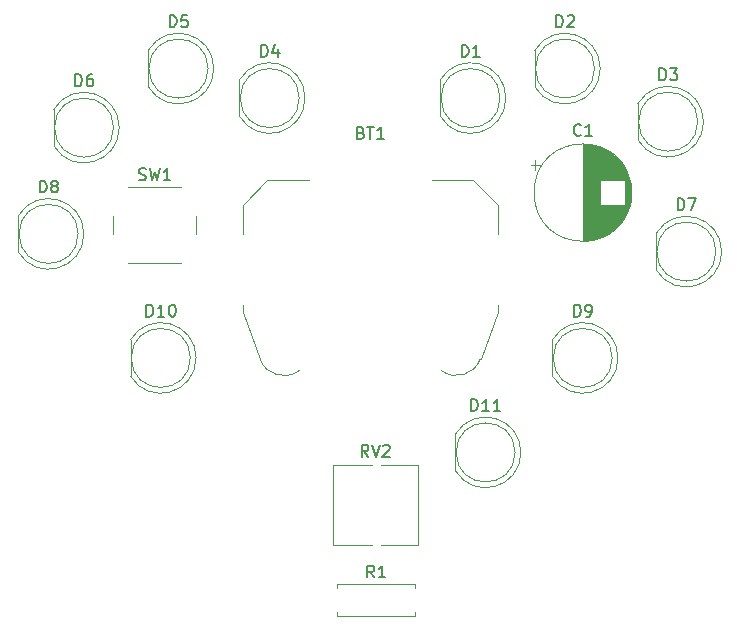
<source format=gbr>
%TF.GenerationSoftware,KiCad,Pcbnew,9.0.6*%
%TF.CreationDate,2025-11-30T08:55:57-05:00*%
%TF.ProjectId,project-solder,70726f6a-6563-4742-9d73-6f6c6465722e,rev?*%
%TF.SameCoordinates,Original*%
%TF.FileFunction,Legend,Top*%
%TF.FilePolarity,Positive*%
%FSLAX46Y46*%
G04 Gerber Fmt 4.6, Leading zero omitted, Abs format (unit mm)*
G04 Created by KiCad (PCBNEW 9.0.6) date 2025-11-30 08:55:57*
%MOMM*%
%LPD*%
G01*
G04 APERTURE LIST*
%ADD10C,0.150000*%
%ADD11C,0.120000*%
G04 APERTURE END LIST*
D10*
X124055714Y-106994819D02*
X124055714Y-105994819D01*
X124055714Y-105994819D02*
X124293809Y-105994819D01*
X124293809Y-105994819D02*
X124436666Y-106042438D01*
X124436666Y-106042438D02*
X124531904Y-106137676D01*
X124531904Y-106137676D02*
X124579523Y-106232914D01*
X124579523Y-106232914D02*
X124627142Y-106423390D01*
X124627142Y-106423390D02*
X124627142Y-106566247D01*
X124627142Y-106566247D02*
X124579523Y-106756723D01*
X124579523Y-106756723D02*
X124531904Y-106851961D01*
X124531904Y-106851961D02*
X124436666Y-106947200D01*
X124436666Y-106947200D02*
X124293809Y-106994819D01*
X124293809Y-106994819D02*
X124055714Y-106994819D01*
X125579523Y-106994819D02*
X125008095Y-106994819D01*
X125293809Y-106994819D02*
X125293809Y-105994819D01*
X125293809Y-105994819D02*
X125198571Y-106137676D01*
X125198571Y-106137676D02*
X125103333Y-106232914D01*
X125103333Y-106232914D02*
X125008095Y-106280533D01*
X126531904Y-106994819D02*
X125960476Y-106994819D01*
X126246190Y-106994819D02*
X126246190Y-105994819D01*
X126246190Y-105994819D02*
X126150952Y-106137676D01*
X126150952Y-106137676D02*
X126055714Y-106232914D01*
X126055714Y-106232914D02*
X125960476Y-106280533D01*
X115344761Y-110864819D02*
X115011428Y-110388628D01*
X114773333Y-110864819D02*
X114773333Y-109864819D01*
X114773333Y-109864819D02*
X115154285Y-109864819D01*
X115154285Y-109864819D02*
X115249523Y-109912438D01*
X115249523Y-109912438D02*
X115297142Y-109960057D01*
X115297142Y-109960057D02*
X115344761Y-110055295D01*
X115344761Y-110055295D02*
X115344761Y-110198152D01*
X115344761Y-110198152D02*
X115297142Y-110293390D01*
X115297142Y-110293390D02*
X115249523Y-110341009D01*
X115249523Y-110341009D02*
X115154285Y-110388628D01*
X115154285Y-110388628D02*
X114773333Y-110388628D01*
X115630476Y-109864819D02*
X115963809Y-110864819D01*
X115963809Y-110864819D02*
X116297142Y-109864819D01*
X116582857Y-109960057D02*
X116630476Y-109912438D01*
X116630476Y-109912438D02*
X116725714Y-109864819D01*
X116725714Y-109864819D02*
X116963809Y-109864819D01*
X116963809Y-109864819D02*
X117059047Y-109912438D01*
X117059047Y-109912438D02*
X117106666Y-109960057D01*
X117106666Y-109960057D02*
X117154285Y-110055295D01*
X117154285Y-110055295D02*
X117154285Y-110150533D01*
X117154285Y-110150533D02*
X117106666Y-110293390D01*
X117106666Y-110293390D02*
X116535238Y-110864819D01*
X116535238Y-110864819D02*
X117154285Y-110864819D01*
X90531905Y-79494819D02*
X90531905Y-78494819D01*
X90531905Y-78494819D02*
X90770000Y-78494819D01*
X90770000Y-78494819D02*
X90912857Y-78542438D01*
X90912857Y-78542438D02*
X91008095Y-78637676D01*
X91008095Y-78637676D02*
X91055714Y-78732914D01*
X91055714Y-78732914D02*
X91103333Y-78923390D01*
X91103333Y-78923390D02*
X91103333Y-79066247D01*
X91103333Y-79066247D02*
X91055714Y-79256723D01*
X91055714Y-79256723D02*
X91008095Y-79351961D01*
X91008095Y-79351961D02*
X90912857Y-79447200D01*
X90912857Y-79447200D02*
X90770000Y-79494819D01*
X90770000Y-79494819D02*
X90531905Y-79494819D01*
X91960476Y-78494819D02*
X91770000Y-78494819D01*
X91770000Y-78494819D02*
X91674762Y-78542438D01*
X91674762Y-78542438D02*
X91627143Y-78590057D01*
X91627143Y-78590057D02*
X91531905Y-78732914D01*
X91531905Y-78732914D02*
X91484286Y-78923390D01*
X91484286Y-78923390D02*
X91484286Y-79304342D01*
X91484286Y-79304342D02*
X91531905Y-79399580D01*
X91531905Y-79399580D02*
X91579524Y-79447200D01*
X91579524Y-79447200D02*
X91674762Y-79494819D01*
X91674762Y-79494819D02*
X91865238Y-79494819D01*
X91865238Y-79494819D02*
X91960476Y-79447200D01*
X91960476Y-79447200D02*
X92008095Y-79399580D01*
X92008095Y-79399580D02*
X92055714Y-79304342D01*
X92055714Y-79304342D02*
X92055714Y-79066247D01*
X92055714Y-79066247D02*
X92008095Y-78971009D01*
X92008095Y-78971009D02*
X91960476Y-78923390D01*
X91960476Y-78923390D02*
X91865238Y-78875771D01*
X91865238Y-78875771D02*
X91674762Y-78875771D01*
X91674762Y-78875771D02*
X91579524Y-78923390D01*
X91579524Y-78923390D02*
X91531905Y-78971009D01*
X91531905Y-78971009D02*
X91484286Y-79066247D01*
X115833333Y-121084819D02*
X115500000Y-120608628D01*
X115261905Y-121084819D02*
X115261905Y-120084819D01*
X115261905Y-120084819D02*
X115642857Y-120084819D01*
X115642857Y-120084819D02*
X115738095Y-120132438D01*
X115738095Y-120132438D02*
X115785714Y-120180057D01*
X115785714Y-120180057D02*
X115833333Y-120275295D01*
X115833333Y-120275295D02*
X115833333Y-120418152D01*
X115833333Y-120418152D02*
X115785714Y-120513390D01*
X115785714Y-120513390D02*
X115738095Y-120561009D01*
X115738095Y-120561009D02*
X115642857Y-120608628D01*
X115642857Y-120608628D02*
X115261905Y-120608628D01*
X116785714Y-121084819D02*
X116214286Y-121084819D01*
X116500000Y-121084819D02*
X116500000Y-120084819D01*
X116500000Y-120084819D02*
X116404762Y-120227676D01*
X116404762Y-120227676D02*
X116309524Y-120322914D01*
X116309524Y-120322914D02*
X116214286Y-120370533D01*
X96555714Y-98994819D02*
X96555714Y-97994819D01*
X96555714Y-97994819D02*
X96793809Y-97994819D01*
X96793809Y-97994819D02*
X96936666Y-98042438D01*
X96936666Y-98042438D02*
X97031904Y-98137676D01*
X97031904Y-98137676D02*
X97079523Y-98232914D01*
X97079523Y-98232914D02*
X97127142Y-98423390D01*
X97127142Y-98423390D02*
X97127142Y-98566247D01*
X97127142Y-98566247D02*
X97079523Y-98756723D01*
X97079523Y-98756723D02*
X97031904Y-98851961D01*
X97031904Y-98851961D02*
X96936666Y-98947200D01*
X96936666Y-98947200D02*
X96793809Y-98994819D01*
X96793809Y-98994819D02*
X96555714Y-98994819D01*
X98079523Y-98994819D02*
X97508095Y-98994819D01*
X97793809Y-98994819D02*
X97793809Y-97994819D01*
X97793809Y-97994819D02*
X97698571Y-98137676D01*
X97698571Y-98137676D02*
X97603333Y-98232914D01*
X97603333Y-98232914D02*
X97508095Y-98280533D01*
X98698571Y-97994819D02*
X98793809Y-97994819D01*
X98793809Y-97994819D02*
X98889047Y-98042438D01*
X98889047Y-98042438D02*
X98936666Y-98090057D01*
X98936666Y-98090057D02*
X98984285Y-98185295D01*
X98984285Y-98185295D02*
X99031904Y-98375771D01*
X99031904Y-98375771D02*
X99031904Y-98613866D01*
X99031904Y-98613866D02*
X98984285Y-98804342D01*
X98984285Y-98804342D02*
X98936666Y-98899580D01*
X98936666Y-98899580D02*
X98889047Y-98947200D01*
X98889047Y-98947200D02*
X98793809Y-98994819D01*
X98793809Y-98994819D02*
X98698571Y-98994819D01*
X98698571Y-98994819D02*
X98603333Y-98947200D01*
X98603333Y-98947200D02*
X98555714Y-98899580D01*
X98555714Y-98899580D02*
X98508095Y-98804342D01*
X98508095Y-98804342D02*
X98460476Y-98613866D01*
X98460476Y-98613866D02*
X98460476Y-98375771D01*
X98460476Y-98375771D02*
X98508095Y-98185295D01*
X98508095Y-98185295D02*
X98555714Y-98090057D01*
X98555714Y-98090057D02*
X98603333Y-98042438D01*
X98603333Y-98042438D02*
X98698571Y-97994819D01*
X87531905Y-88494819D02*
X87531905Y-87494819D01*
X87531905Y-87494819D02*
X87770000Y-87494819D01*
X87770000Y-87494819D02*
X87912857Y-87542438D01*
X87912857Y-87542438D02*
X88008095Y-87637676D01*
X88008095Y-87637676D02*
X88055714Y-87732914D01*
X88055714Y-87732914D02*
X88103333Y-87923390D01*
X88103333Y-87923390D02*
X88103333Y-88066247D01*
X88103333Y-88066247D02*
X88055714Y-88256723D01*
X88055714Y-88256723D02*
X88008095Y-88351961D01*
X88008095Y-88351961D02*
X87912857Y-88447200D01*
X87912857Y-88447200D02*
X87770000Y-88494819D01*
X87770000Y-88494819D02*
X87531905Y-88494819D01*
X88674762Y-87923390D02*
X88579524Y-87875771D01*
X88579524Y-87875771D02*
X88531905Y-87828152D01*
X88531905Y-87828152D02*
X88484286Y-87732914D01*
X88484286Y-87732914D02*
X88484286Y-87685295D01*
X88484286Y-87685295D02*
X88531905Y-87590057D01*
X88531905Y-87590057D02*
X88579524Y-87542438D01*
X88579524Y-87542438D02*
X88674762Y-87494819D01*
X88674762Y-87494819D02*
X88865238Y-87494819D01*
X88865238Y-87494819D02*
X88960476Y-87542438D01*
X88960476Y-87542438D02*
X89008095Y-87590057D01*
X89008095Y-87590057D02*
X89055714Y-87685295D01*
X89055714Y-87685295D02*
X89055714Y-87732914D01*
X89055714Y-87732914D02*
X89008095Y-87828152D01*
X89008095Y-87828152D02*
X88960476Y-87875771D01*
X88960476Y-87875771D02*
X88865238Y-87923390D01*
X88865238Y-87923390D02*
X88674762Y-87923390D01*
X88674762Y-87923390D02*
X88579524Y-87971009D01*
X88579524Y-87971009D02*
X88531905Y-88018628D01*
X88531905Y-88018628D02*
X88484286Y-88113866D01*
X88484286Y-88113866D02*
X88484286Y-88304342D01*
X88484286Y-88304342D02*
X88531905Y-88399580D01*
X88531905Y-88399580D02*
X88579524Y-88447200D01*
X88579524Y-88447200D02*
X88674762Y-88494819D01*
X88674762Y-88494819D02*
X88865238Y-88494819D01*
X88865238Y-88494819D02*
X88960476Y-88447200D01*
X88960476Y-88447200D02*
X89008095Y-88399580D01*
X89008095Y-88399580D02*
X89055714Y-88304342D01*
X89055714Y-88304342D02*
X89055714Y-88113866D01*
X89055714Y-88113866D02*
X89008095Y-88018628D01*
X89008095Y-88018628D02*
X88960476Y-87971009D01*
X88960476Y-87971009D02*
X88865238Y-87923390D01*
X98531905Y-74494819D02*
X98531905Y-73494819D01*
X98531905Y-73494819D02*
X98770000Y-73494819D01*
X98770000Y-73494819D02*
X98912857Y-73542438D01*
X98912857Y-73542438D02*
X99008095Y-73637676D01*
X99008095Y-73637676D02*
X99055714Y-73732914D01*
X99055714Y-73732914D02*
X99103333Y-73923390D01*
X99103333Y-73923390D02*
X99103333Y-74066247D01*
X99103333Y-74066247D02*
X99055714Y-74256723D01*
X99055714Y-74256723D02*
X99008095Y-74351961D01*
X99008095Y-74351961D02*
X98912857Y-74447200D01*
X98912857Y-74447200D02*
X98770000Y-74494819D01*
X98770000Y-74494819D02*
X98531905Y-74494819D01*
X100008095Y-73494819D02*
X99531905Y-73494819D01*
X99531905Y-73494819D02*
X99484286Y-73971009D01*
X99484286Y-73971009D02*
X99531905Y-73923390D01*
X99531905Y-73923390D02*
X99627143Y-73875771D01*
X99627143Y-73875771D02*
X99865238Y-73875771D01*
X99865238Y-73875771D02*
X99960476Y-73923390D01*
X99960476Y-73923390D02*
X100008095Y-73971009D01*
X100008095Y-73971009D02*
X100055714Y-74066247D01*
X100055714Y-74066247D02*
X100055714Y-74304342D01*
X100055714Y-74304342D02*
X100008095Y-74399580D01*
X100008095Y-74399580D02*
X99960476Y-74447200D01*
X99960476Y-74447200D02*
X99865238Y-74494819D01*
X99865238Y-74494819D02*
X99627143Y-74494819D01*
X99627143Y-74494819D02*
X99531905Y-74447200D01*
X99531905Y-74447200D02*
X99484286Y-74399580D01*
X139991905Y-78994819D02*
X139991905Y-77994819D01*
X139991905Y-77994819D02*
X140230000Y-77994819D01*
X140230000Y-77994819D02*
X140372857Y-78042438D01*
X140372857Y-78042438D02*
X140468095Y-78137676D01*
X140468095Y-78137676D02*
X140515714Y-78232914D01*
X140515714Y-78232914D02*
X140563333Y-78423390D01*
X140563333Y-78423390D02*
X140563333Y-78566247D01*
X140563333Y-78566247D02*
X140515714Y-78756723D01*
X140515714Y-78756723D02*
X140468095Y-78851961D01*
X140468095Y-78851961D02*
X140372857Y-78947200D01*
X140372857Y-78947200D02*
X140230000Y-78994819D01*
X140230000Y-78994819D02*
X139991905Y-78994819D01*
X140896667Y-77994819D02*
X141515714Y-77994819D01*
X141515714Y-77994819D02*
X141182381Y-78375771D01*
X141182381Y-78375771D02*
X141325238Y-78375771D01*
X141325238Y-78375771D02*
X141420476Y-78423390D01*
X141420476Y-78423390D02*
X141468095Y-78471009D01*
X141468095Y-78471009D02*
X141515714Y-78566247D01*
X141515714Y-78566247D02*
X141515714Y-78804342D01*
X141515714Y-78804342D02*
X141468095Y-78899580D01*
X141468095Y-78899580D02*
X141420476Y-78947200D01*
X141420476Y-78947200D02*
X141325238Y-78994819D01*
X141325238Y-78994819D02*
X141039524Y-78994819D01*
X141039524Y-78994819D02*
X140944286Y-78947200D01*
X140944286Y-78947200D02*
X140896667Y-78899580D01*
X133333333Y-83609580D02*
X133285714Y-83657200D01*
X133285714Y-83657200D02*
X133142857Y-83704819D01*
X133142857Y-83704819D02*
X133047619Y-83704819D01*
X133047619Y-83704819D02*
X132904762Y-83657200D01*
X132904762Y-83657200D02*
X132809524Y-83561961D01*
X132809524Y-83561961D02*
X132761905Y-83466723D01*
X132761905Y-83466723D02*
X132714286Y-83276247D01*
X132714286Y-83276247D02*
X132714286Y-83133390D01*
X132714286Y-83133390D02*
X132761905Y-82942914D01*
X132761905Y-82942914D02*
X132809524Y-82847676D01*
X132809524Y-82847676D02*
X132904762Y-82752438D01*
X132904762Y-82752438D02*
X133047619Y-82704819D01*
X133047619Y-82704819D02*
X133142857Y-82704819D01*
X133142857Y-82704819D02*
X133285714Y-82752438D01*
X133285714Y-82752438D02*
X133333333Y-82800057D01*
X134285714Y-83704819D02*
X133714286Y-83704819D01*
X134000000Y-83704819D02*
X134000000Y-82704819D01*
X134000000Y-82704819D02*
X133904762Y-82847676D01*
X133904762Y-82847676D02*
X133809524Y-82942914D01*
X133809524Y-82942914D02*
X133714286Y-82990533D01*
X106256905Y-76994819D02*
X106256905Y-75994819D01*
X106256905Y-75994819D02*
X106495000Y-75994819D01*
X106495000Y-75994819D02*
X106637857Y-76042438D01*
X106637857Y-76042438D02*
X106733095Y-76137676D01*
X106733095Y-76137676D02*
X106780714Y-76232914D01*
X106780714Y-76232914D02*
X106828333Y-76423390D01*
X106828333Y-76423390D02*
X106828333Y-76566247D01*
X106828333Y-76566247D02*
X106780714Y-76756723D01*
X106780714Y-76756723D02*
X106733095Y-76851961D01*
X106733095Y-76851961D02*
X106637857Y-76947200D01*
X106637857Y-76947200D02*
X106495000Y-76994819D01*
X106495000Y-76994819D02*
X106256905Y-76994819D01*
X107685476Y-76328152D02*
X107685476Y-76994819D01*
X107447381Y-75947200D02*
X107209286Y-76661485D01*
X107209286Y-76661485D02*
X107828333Y-76661485D01*
X132756905Y-98994819D02*
X132756905Y-97994819D01*
X132756905Y-97994819D02*
X132995000Y-97994819D01*
X132995000Y-97994819D02*
X133137857Y-98042438D01*
X133137857Y-98042438D02*
X133233095Y-98137676D01*
X133233095Y-98137676D02*
X133280714Y-98232914D01*
X133280714Y-98232914D02*
X133328333Y-98423390D01*
X133328333Y-98423390D02*
X133328333Y-98566247D01*
X133328333Y-98566247D02*
X133280714Y-98756723D01*
X133280714Y-98756723D02*
X133233095Y-98851961D01*
X133233095Y-98851961D02*
X133137857Y-98947200D01*
X133137857Y-98947200D02*
X132995000Y-98994819D01*
X132995000Y-98994819D02*
X132756905Y-98994819D01*
X133804524Y-98994819D02*
X133995000Y-98994819D01*
X133995000Y-98994819D02*
X134090238Y-98947200D01*
X134090238Y-98947200D02*
X134137857Y-98899580D01*
X134137857Y-98899580D02*
X134233095Y-98756723D01*
X134233095Y-98756723D02*
X134280714Y-98566247D01*
X134280714Y-98566247D02*
X134280714Y-98185295D01*
X134280714Y-98185295D02*
X134233095Y-98090057D01*
X134233095Y-98090057D02*
X134185476Y-98042438D01*
X134185476Y-98042438D02*
X134090238Y-97994819D01*
X134090238Y-97994819D02*
X133899762Y-97994819D01*
X133899762Y-97994819D02*
X133804524Y-98042438D01*
X133804524Y-98042438D02*
X133756905Y-98090057D01*
X133756905Y-98090057D02*
X133709286Y-98185295D01*
X133709286Y-98185295D02*
X133709286Y-98423390D01*
X133709286Y-98423390D02*
X133756905Y-98518628D01*
X133756905Y-98518628D02*
X133804524Y-98566247D01*
X133804524Y-98566247D02*
X133899762Y-98613866D01*
X133899762Y-98613866D02*
X134090238Y-98613866D01*
X134090238Y-98613866D02*
X134185476Y-98566247D01*
X134185476Y-98566247D02*
X134233095Y-98518628D01*
X134233095Y-98518628D02*
X134280714Y-98423390D01*
X131256905Y-74494819D02*
X131256905Y-73494819D01*
X131256905Y-73494819D02*
X131495000Y-73494819D01*
X131495000Y-73494819D02*
X131637857Y-73542438D01*
X131637857Y-73542438D02*
X131733095Y-73637676D01*
X131733095Y-73637676D02*
X131780714Y-73732914D01*
X131780714Y-73732914D02*
X131828333Y-73923390D01*
X131828333Y-73923390D02*
X131828333Y-74066247D01*
X131828333Y-74066247D02*
X131780714Y-74256723D01*
X131780714Y-74256723D02*
X131733095Y-74351961D01*
X131733095Y-74351961D02*
X131637857Y-74447200D01*
X131637857Y-74447200D02*
X131495000Y-74494819D01*
X131495000Y-74494819D02*
X131256905Y-74494819D01*
X132209286Y-73590057D02*
X132256905Y-73542438D01*
X132256905Y-73542438D02*
X132352143Y-73494819D01*
X132352143Y-73494819D02*
X132590238Y-73494819D01*
X132590238Y-73494819D02*
X132685476Y-73542438D01*
X132685476Y-73542438D02*
X132733095Y-73590057D01*
X132733095Y-73590057D02*
X132780714Y-73685295D01*
X132780714Y-73685295D02*
X132780714Y-73780533D01*
X132780714Y-73780533D02*
X132733095Y-73923390D01*
X132733095Y-73923390D02*
X132161667Y-74494819D01*
X132161667Y-74494819D02*
X132780714Y-74494819D01*
X114714285Y-83431009D02*
X114857142Y-83478628D01*
X114857142Y-83478628D02*
X114904761Y-83526247D01*
X114904761Y-83526247D02*
X114952380Y-83621485D01*
X114952380Y-83621485D02*
X114952380Y-83764342D01*
X114952380Y-83764342D02*
X114904761Y-83859580D01*
X114904761Y-83859580D02*
X114857142Y-83907200D01*
X114857142Y-83907200D02*
X114761904Y-83954819D01*
X114761904Y-83954819D02*
X114380952Y-83954819D01*
X114380952Y-83954819D02*
X114380952Y-82954819D01*
X114380952Y-82954819D02*
X114714285Y-82954819D01*
X114714285Y-82954819D02*
X114809523Y-83002438D01*
X114809523Y-83002438D02*
X114857142Y-83050057D01*
X114857142Y-83050057D02*
X114904761Y-83145295D01*
X114904761Y-83145295D02*
X114904761Y-83240533D01*
X114904761Y-83240533D02*
X114857142Y-83335771D01*
X114857142Y-83335771D02*
X114809523Y-83383390D01*
X114809523Y-83383390D02*
X114714285Y-83431009D01*
X114714285Y-83431009D02*
X114380952Y-83431009D01*
X115238095Y-82954819D02*
X115809523Y-82954819D01*
X115523809Y-83954819D02*
X115523809Y-82954819D01*
X116666666Y-83954819D02*
X116095238Y-83954819D01*
X116380952Y-83954819D02*
X116380952Y-82954819D01*
X116380952Y-82954819D02*
X116285714Y-83097676D01*
X116285714Y-83097676D02*
X116190476Y-83192914D01*
X116190476Y-83192914D02*
X116095238Y-83240533D01*
X95916667Y-87407200D02*
X96059524Y-87454819D01*
X96059524Y-87454819D02*
X96297619Y-87454819D01*
X96297619Y-87454819D02*
X96392857Y-87407200D01*
X96392857Y-87407200D02*
X96440476Y-87359580D01*
X96440476Y-87359580D02*
X96488095Y-87264342D01*
X96488095Y-87264342D02*
X96488095Y-87169104D01*
X96488095Y-87169104D02*
X96440476Y-87073866D01*
X96440476Y-87073866D02*
X96392857Y-87026247D01*
X96392857Y-87026247D02*
X96297619Y-86978628D01*
X96297619Y-86978628D02*
X96107143Y-86931009D01*
X96107143Y-86931009D02*
X96011905Y-86883390D01*
X96011905Y-86883390D02*
X95964286Y-86835771D01*
X95964286Y-86835771D02*
X95916667Y-86740533D01*
X95916667Y-86740533D02*
X95916667Y-86645295D01*
X95916667Y-86645295D02*
X95964286Y-86550057D01*
X95964286Y-86550057D02*
X96011905Y-86502438D01*
X96011905Y-86502438D02*
X96107143Y-86454819D01*
X96107143Y-86454819D02*
X96345238Y-86454819D01*
X96345238Y-86454819D02*
X96488095Y-86502438D01*
X96821429Y-86454819D02*
X97059524Y-87454819D01*
X97059524Y-87454819D02*
X97250000Y-86740533D01*
X97250000Y-86740533D02*
X97440476Y-87454819D01*
X97440476Y-87454819D02*
X97678572Y-86454819D01*
X98583333Y-87454819D02*
X98011905Y-87454819D01*
X98297619Y-87454819D02*
X98297619Y-86454819D01*
X98297619Y-86454819D02*
X98202381Y-86597676D01*
X98202381Y-86597676D02*
X98107143Y-86692914D01*
X98107143Y-86692914D02*
X98011905Y-86740533D01*
X141531905Y-89994819D02*
X141531905Y-88994819D01*
X141531905Y-88994819D02*
X141770000Y-88994819D01*
X141770000Y-88994819D02*
X141912857Y-89042438D01*
X141912857Y-89042438D02*
X142008095Y-89137676D01*
X142008095Y-89137676D02*
X142055714Y-89232914D01*
X142055714Y-89232914D02*
X142103333Y-89423390D01*
X142103333Y-89423390D02*
X142103333Y-89566247D01*
X142103333Y-89566247D02*
X142055714Y-89756723D01*
X142055714Y-89756723D02*
X142008095Y-89851961D01*
X142008095Y-89851961D02*
X141912857Y-89947200D01*
X141912857Y-89947200D02*
X141770000Y-89994819D01*
X141770000Y-89994819D02*
X141531905Y-89994819D01*
X142436667Y-88994819D02*
X143103333Y-88994819D01*
X143103333Y-88994819D02*
X142674762Y-89994819D01*
X123256905Y-76994819D02*
X123256905Y-75994819D01*
X123256905Y-75994819D02*
X123495000Y-75994819D01*
X123495000Y-75994819D02*
X123637857Y-76042438D01*
X123637857Y-76042438D02*
X123733095Y-76137676D01*
X123733095Y-76137676D02*
X123780714Y-76232914D01*
X123780714Y-76232914D02*
X123828333Y-76423390D01*
X123828333Y-76423390D02*
X123828333Y-76566247D01*
X123828333Y-76566247D02*
X123780714Y-76756723D01*
X123780714Y-76756723D02*
X123733095Y-76851961D01*
X123733095Y-76851961D02*
X123637857Y-76947200D01*
X123637857Y-76947200D02*
X123495000Y-76994819D01*
X123495000Y-76994819D02*
X123256905Y-76994819D01*
X124780714Y-76994819D02*
X124209286Y-76994819D01*
X124495000Y-76994819D02*
X124495000Y-75994819D01*
X124495000Y-75994819D02*
X124399762Y-76137676D01*
X124399762Y-76137676D02*
X124304524Y-76232914D01*
X124304524Y-76232914D02*
X124209286Y-76280533D01*
D11*
%TO.C,D11*%
X122710000Y-108955000D02*
X122710000Y-112045000D01*
X122710000Y-108955170D02*
G75*
G02*
X128260000Y-110500000I2560000J-1544830D01*
G01*
X128260000Y-110500000D02*
G75*
G02*
X122710000Y-112044830I-2990000J0D01*
G01*
X127770000Y-110500000D02*
G75*
G02*
X122770000Y-110500000I-2500000J0D01*
G01*
X122770000Y-110500000D02*
G75*
G02*
X127770000Y-110500000I2500000J0D01*
G01*
%TO.C,RV2*%
X112330000Y-111550000D02*
X115618000Y-111550000D01*
X112330000Y-118370000D02*
X112330000Y-111550000D01*
X115618000Y-118370000D02*
X112330000Y-118370000D01*
X116382000Y-111550000D02*
X119550000Y-111550000D01*
X119550000Y-111550000D02*
X119550000Y-118370000D01*
X119550000Y-118370000D02*
X116382000Y-118370000D01*
%TO.C,D6*%
X88710000Y-81455000D02*
X88710000Y-84545000D01*
X88710000Y-81455170D02*
G75*
G02*
X94260000Y-83000000I2560000J-1544830D01*
G01*
X94260000Y-83000000D02*
G75*
G02*
X88710000Y-84544830I-2990000J0D01*
G01*
X93770000Y-83000000D02*
G75*
G02*
X88770000Y-83000000I-2500000J0D01*
G01*
X88770000Y-83000000D02*
G75*
G02*
X93770000Y-83000000I2500000J0D01*
G01*
%TO.C,R1*%
X112730000Y-121630000D02*
X119270000Y-121630000D01*
X112730000Y-121960000D02*
X112730000Y-121630000D01*
X112730000Y-124040000D02*
X112730000Y-124370000D01*
X112730000Y-124370000D02*
X119270000Y-124370000D01*
X119270000Y-121630000D02*
X119270000Y-121960000D01*
X119270000Y-124370000D02*
X119270000Y-124040000D01*
%TO.C,D10*%
X95210000Y-100955000D02*
X95210000Y-104045000D01*
X95210000Y-100955170D02*
G75*
G02*
X100760000Y-102500000I2560000J-1544830D01*
G01*
X100760000Y-102500000D02*
G75*
G02*
X95210000Y-104044830I-2990000J0D01*
G01*
X100270000Y-102500000D02*
G75*
G02*
X95270000Y-102500000I-2500000J0D01*
G01*
X95270000Y-102500000D02*
G75*
G02*
X100270000Y-102500000I2500000J0D01*
G01*
%TO.C,D8*%
X85710000Y-90455000D02*
X85710000Y-93545000D01*
X85710000Y-90455170D02*
G75*
G02*
X91260000Y-92000000I2560000J-1544830D01*
G01*
X91260000Y-92000000D02*
G75*
G02*
X85710000Y-93544830I-2990000J0D01*
G01*
X90770000Y-92000000D02*
G75*
G02*
X85770000Y-92000000I-2500000J0D01*
G01*
X85770000Y-92000000D02*
G75*
G02*
X90770000Y-92000000I2500000J0D01*
G01*
%TO.C,D5*%
X96710000Y-76455000D02*
X96710000Y-79545000D01*
X96710000Y-76455170D02*
G75*
G02*
X102260000Y-78000000I2560000J-1544830D01*
G01*
X102260000Y-78000000D02*
G75*
G02*
X96710000Y-79544830I-2990000J0D01*
G01*
X101770000Y-78000000D02*
G75*
G02*
X96770000Y-78000000I-2500000J0D01*
G01*
X96770000Y-78000000D02*
G75*
G02*
X101770000Y-78000000I2500000J0D01*
G01*
%TO.C,D3*%
X138170000Y-80955000D02*
X138170000Y-84045000D01*
X138170000Y-80955170D02*
G75*
G02*
X143720000Y-82500000I2560000J-1544830D01*
G01*
X143720000Y-82500000D02*
G75*
G02*
X138170000Y-84044830I-2990000J0D01*
G01*
X143230000Y-82500000D02*
G75*
G02*
X138230000Y-82500000I-2500000J0D01*
G01*
X138230000Y-82500000D02*
G75*
G02*
X143230000Y-82500000I2500000J0D01*
G01*
%TO.C,C1*%
X129090302Y-86185000D02*
X129890302Y-86185000D01*
X129490302Y-85785000D02*
X129490302Y-86585000D01*
X133500000Y-84420000D02*
X133500000Y-92580000D01*
X133540000Y-84420000D02*
X133540000Y-92580000D01*
X133580000Y-84421000D02*
X133580000Y-92579000D01*
X133620000Y-84422000D02*
X133620000Y-92578000D01*
X133660000Y-84423000D02*
X133660000Y-92577000D01*
X133700000Y-84425000D02*
X133700000Y-92575000D01*
X133740000Y-84427000D02*
X133740000Y-92573000D01*
X133780000Y-84430000D02*
X133780000Y-92570000D01*
X133820000Y-84432000D02*
X133820000Y-92568000D01*
X133860000Y-84436000D02*
X133860000Y-92564000D01*
X133900000Y-84439000D02*
X133900000Y-92561000D01*
X133940000Y-84444000D02*
X133940000Y-92556000D01*
X133980000Y-84448000D02*
X133980000Y-92552000D01*
X134020000Y-84453000D02*
X134020000Y-92547000D01*
X134060000Y-84458000D02*
X134060000Y-92542000D01*
X134100000Y-84464000D02*
X134100000Y-92536000D01*
X134140000Y-84470000D02*
X134140000Y-92530000D01*
X134180000Y-84477000D02*
X134180000Y-92523000D01*
X134220000Y-84483000D02*
X134220000Y-92517000D01*
X134260000Y-84491000D02*
X134260000Y-92509000D01*
X134300000Y-84498000D02*
X134300000Y-92502000D01*
X134340000Y-84507000D02*
X134340000Y-92493000D01*
X134380000Y-84515000D02*
X134380000Y-92485000D01*
X134420000Y-84524000D02*
X134420000Y-92476000D01*
X134460000Y-84533000D02*
X134460000Y-92467000D01*
X134500000Y-84543000D02*
X134500000Y-92457000D01*
X134540000Y-84553000D02*
X134540000Y-92447000D01*
X134580000Y-84564000D02*
X134580000Y-92436000D01*
X134620000Y-84575000D02*
X134620000Y-92425000D01*
X134660000Y-84587000D02*
X134660000Y-92413000D01*
X134700000Y-84599000D02*
X134700000Y-92401000D01*
X134740000Y-84611000D02*
X134740000Y-92389000D01*
X134780000Y-84624000D02*
X134780000Y-92376000D01*
X134820000Y-84637000D02*
X134820000Y-92363000D01*
X134860000Y-84651000D02*
X134860000Y-92349000D01*
X134900000Y-84665000D02*
X134900000Y-92335000D01*
X134940000Y-84680000D02*
X134940000Y-92320000D01*
X134980000Y-84695000D02*
X134980000Y-87460000D01*
X134980000Y-89540000D02*
X134980000Y-92305000D01*
X135020000Y-84711000D02*
X135020000Y-87460000D01*
X135020000Y-89540000D02*
X135020000Y-92289000D01*
X135060000Y-84727000D02*
X135060000Y-87460000D01*
X135060000Y-89540000D02*
X135060000Y-92273000D01*
X135100000Y-84743000D02*
X135100000Y-87460000D01*
X135100000Y-89540000D02*
X135100000Y-92257000D01*
X135140000Y-84760000D02*
X135140000Y-87460000D01*
X135140000Y-89540000D02*
X135140000Y-92240000D01*
X135180000Y-84778000D02*
X135180000Y-87460000D01*
X135180000Y-89540000D02*
X135180000Y-92222000D01*
X135220000Y-84796000D02*
X135220000Y-87460000D01*
X135220000Y-89540000D02*
X135220000Y-92204000D01*
X135260000Y-84815000D02*
X135260000Y-87460000D01*
X135260000Y-89540000D02*
X135260000Y-92185000D01*
X135300000Y-84834000D02*
X135300000Y-87460000D01*
X135300000Y-89540000D02*
X135300000Y-92166000D01*
X135340000Y-84854000D02*
X135340000Y-87460000D01*
X135340000Y-89540000D02*
X135340000Y-92146000D01*
X135380000Y-84874000D02*
X135380000Y-87460000D01*
X135380000Y-89540000D02*
X135380000Y-92126000D01*
X135420000Y-84895000D02*
X135420000Y-87460000D01*
X135420000Y-89540000D02*
X135420000Y-92105000D01*
X135460000Y-84916000D02*
X135460000Y-87460000D01*
X135460000Y-89540000D02*
X135460000Y-92084000D01*
X135500000Y-84938000D02*
X135500000Y-87460000D01*
X135500000Y-89540000D02*
X135500000Y-92062000D01*
X135540000Y-84961000D02*
X135540000Y-87460000D01*
X135540000Y-89540000D02*
X135540000Y-92039000D01*
X135580000Y-84984000D02*
X135580000Y-87460000D01*
X135580000Y-89540000D02*
X135580000Y-92016000D01*
X135620000Y-85007000D02*
X135620000Y-87460000D01*
X135620000Y-89540000D02*
X135620000Y-91993000D01*
X135660000Y-85032000D02*
X135660000Y-87460000D01*
X135660000Y-89540000D02*
X135660000Y-91968000D01*
X135700000Y-85057000D02*
X135700000Y-87460000D01*
X135700000Y-89540000D02*
X135700000Y-91943000D01*
X135740000Y-85082000D02*
X135740000Y-87460000D01*
X135740000Y-89540000D02*
X135740000Y-91918000D01*
X135780000Y-85108000D02*
X135780000Y-87460000D01*
X135780000Y-89540000D02*
X135780000Y-91892000D01*
X135820000Y-85135000D02*
X135820000Y-87460000D01*
X135820000Y-89540000D02*
X135820000Y-91865000D01*
X135860000Y-85163000D02*
X135860000Y-87460000D01*
X135860000Y-89540000D02*
X135860000Y-91837000D01*
X135900000Y-85191000D02*
X135900000Y-87460000D01*
X135900000Y-89540000D02*
X135900000Y-91809000D01*
X135940000Y-85220000D02*
X135940000Y-87460000D01*
X135940000Y-89540000D02*
X135940000Y-91780000D01*
X135980000Y-85250000D02*
X135980000Y-87460000D01*
X135980000Y-89540000D02*
X135980000Y-91750000D01*
X136020000Y-85281000D02*
X136020000Y-87460000D01*
X136020000Y-89540000D02*
X136020000Y-91719000D01*
X136060000Y-85312000D02*
X136060000Y-87460000D01*
X136060000Y-89540000D02*
X136060000Y-91688000D01*
X136100000Y-85344000D02*
X136100000Y-87460000D01*
X136100000Y-89540000D02*
X136100000Y-91656000D01*
X136140000Y-85377000D02*
X136140000Y-87460000D01*
X136140000Y-89540000D02*
X136140000Y-91623000D01*
X136180000Y-85411000D02*
X136180000Y-87460000D01*
X136180000Y-89540000D02*
X136180000Y-91589000D01*
X136220000Y-85445000D02*
X136220000Y-87460000D01*
X136220000Y-89540000D02*
X136220000Y-91555000D01*
X136260000Y-85481000D02*
X136260000Y-87460000D01*
X136260000Y-89540000D02*
X136260000Y-91519000D01*
X136300000Y-85518000D02*
X136300000Y-87460000D01*
X136300000Y-89540000D02*
X136300000Y-91482000D01*
X136340000Y-85555000D02*
X136340000Y-87460000D01*
X136340000Y-89540000D02*
X136340000Y-91445000D01*
X136380000Y-85594000D02*
X136380000Y-87460000D01*
X136380000Y-89540000D02*
X136380000Y-91406000D01*
X136420000Y-85633000D02*
X136420000Y-87460000D01*
X136420000Y-89540000D02*
X136420000Y-91367000D01*
X136460000Y-85674000D02*
X136460000Y-87460000D01*
X136460000Y-89540000D02*
X136460000Y-91326000D01*
X136500000Y-85716000D02*
X136500000Y-87460000D01*
X136500000Y-89540000D02*
X136500000Y-91284000D01*
X136540000Y-85759000D02*
X136540000Y-87460000D01*
X136540000Y-89540000D02*
X136540000Y-91241000D01*
X136580000Y-85804000D02*
X136580000Y-87460000D01*
X136580000Y-89540000D02*
X136580000Y-91196000D01*
X136620000Y-85849000D02*
X136620000Y-87460000D01*
X136620000Y-89540000D02*
X136620000Y-91151000D01*
X136660000Y-85896000D02*
X136660000Y-87460000D01*
X136660000Y-89540000D02*
X136660000Y-91104000D01*
X136700000Y-85945000D02*
X136700000Y-87460000D01*
X136700000Y-89540000D02*
X136700000Y-91055000D01*
X136740000Y-85995000D02*
X136740000Y-87460000D01*
X136740000Y-89540000D02*
X136740000Y-91005000D01*
X136780000Y-86047000D02*
X136780000Y-87460000D01*
X136780000Y-89540000D02*
X136780000Y-90953000D01*
X136820000Y-86100000D02*
X136820000Y-87460000D01*
X136820000Y-89540000D02*
X136820000Y-90900000D01*
X136860000Y-86156000D02*
X136860000Y-87460000D01*
X136860000Y-89540000D02*
X136860000Y-90844000D01*
X136900000Y-86213000D02*
X136900000Y-87460000D01*
X136900000Y-89540000D02*
X136900000Y-90787000D01*
X136940000Y-86273000D02*
X136940000Y-87460000D01*
X136940000Y-89540000D02*
X136940000Y-90727000D01*
X136980000Y-86335000D02*
X136980000Y-87460000D01*
X136980000Y-89540000D02*
X136980000Y-90665000D01*
X137020000Y-86399000D02*
X137020000Y-87460000D01*
X137020000Y-89540000D02*
X137020000Y-90601000D01*
X137060000Y-86466000D02*
X137060000Y-90534000D01*
X137100000Y-86536000D02*
X137100000Y-90464000D01*
X137140000Y-86610000D02*
X137140000Y-90390000D01*
X137180000Y-86687000D02*
X137180000Y-90313000D01*
X137220000Y-86769000D02*
X137220000Y-90231000D01*
X137260000Y-86856000D02*
X137260000Y-90144000D01*
X137300000Y-86948000D02*
X137300000Y-90052000D01*
X137340000Y-87047000D02*
X137340000Y-89953000D01*
X137380000Y-87154000D02*
X137380000Y-89846000D01*
X137420000Y-87272000D02*
X137420000Y-89728000D01*
X137460000Y-87403000D02*
X137460000Y-89597000D01*
X137500000Y-87553000D02*
X137500000Y-89447000D01*
X137540000Y-87732000D02*
X137540000Y-89268000D01*
X137580000Y-87967000D02*
X137580000Y-89033000D01*
X137620000Y-88500000D02*
G75*
G02*
X129380000Y-88500000I-4120000J0D01*
G01*
X129380000Y-88500000D02*
G75*
G02*
X137620000Y-88500000I4120000J0D01*
G01*
%TO.C,D4*%
X104435000Y-78955000D02*
X104435000Y-82045000D01*
X104435000Y-78955170D02*
G75*
G02*
X109985000Y-80500000I2560000J-1544830D01*
G01*
X109985000Y-80500000D02*
G75*
G02*
X104435000Y-82044830I-2990000J0D01*
G01*
X109495000Y-80500000D02*
G75*
G02*
X104495000Y-80500000I-2500000J0D01*
G01*
X104495000Y-80500000D02*
G75*
G02*
X109495000Y-80500000I2500000J0D01*
G01*
%TO.C,D9*%
X130935000Y-100955000D02*
X130935000Y-104045000D01*
X130935000Y-100955170D02*
G75*
G02*
X136485000Y-102500000I2560000J-1544830D01*
G01*
X136485000Y-102500000D02*
G75*
G02*
X130935000Y-104044830I-2990000J0D01*
G01*
X135995000Y-102500000D02*
G75*
G02*
X130995000Y-102500000I-2500000J0D01*
G01*
X130995000Y-102500000D02*
G75*
G02*
X135995000Y-102500000I2500000J0D01*
G01*
%TO.C,D2*%
X129435000Y-76455000D02*
X129435000Y-79545000D01*
X129435000Y-76455170D02*
G75*
G02*
X134985000Y-78000000I2560000J-1544830D01*
G01*
X134985000Y-78000000D02*
G75*
G02*
X129435000Y-79544830I-2990000J0D01*
G01*
X134495000Y-78000000D02*
G75*
G02*
X129495000Y-78000000I-2500000J0D01*
G01*
X129495000Y-78000000D02*
G75*
G02*
X134495000Y-78000000I2500000J0D01*
G01*
%TO.C,BT1*%
X104720000Y-89540000D02*
X104720000Y-92000000D01*
X104720000Y-98000000D02*
X104720000Y-98630000D01*
X104720000Y-98630000D02*
X106160000Y-102580000D01*
X106800000Y-87460000D02*
X104720000Y-89540000D01*
X110300000Y-87460000D02*
X106800000Y-87460000D01*
X124200000Y-87460000D02*
X120700000Y-87460000D01*
X124200000Y-87460000D02*
X126280000Y-89540000D01*
X126280000Y-89540000D02*
X126280000Y-92000000D01*
X126280000Y-98000000D02*
X126280000Y-98630000D01*
X126280000Y-98630000D02*
X124840000Y-102580000D01*
X109496646Y-103566530D02*
G75*
G02*
X106160000Y-102580000I-1306646J1716531D01*
G01*
X124825243Y-102588169D02*
G75*
G02*
X121500000Y-103550000I-2015243J738169D01*
G01*
%TO.C,SW1*%
X93750000Y-90500000D02*
X93750000Y-92000000D01*
X95000000Y-94500000D02*
X99500000Y-94500000D01*
X99500000Y-88000000D02*
X95000000Y-88000000D01*
X100750000Y-92000000D02*
X100750000Y-90500000D01*
%TO.C,D7*%
X139710000Y-91955000D02*
X139710000Y-95045000D01*
X139710000Y-91955170D02*
G75*
G02*
X145260000Y-93500000I2560000J-1544830D01*
G01*
X145260000Y-93500000D02*
G75*
G02*
X139710000Y-95044830I-2990000J0D01*
G01*
X144770000Y-93500000D02*
G75*
G02*
X139770000Y-93500000I-2500000J0D01*
G01*
X139770000Y-93500000D02*
G75*
G02*
X144770000Y-93500000I2500000J0D01*
G01*
%TO.C,D1*%
X121435000Y-78955000D02*
X121435000Y-82045000D01*
X121435000Y-78955170D02*
G75*
G02*
X126985000Y-80500000I2560000J-1544830D01*
G01*
X126985000Y-80500000D02*
G75*
G02*
X121435000Y-82044830I-2990000J0D01*
G01*
X126495000Y-80500000D02*
G75*
G02*
X121495000Y-80500000I-2500000J0D01*
G01*
X121495000Y-80500000D02*
G75*
G02*
X126495000Y-80500000I2500000J0D01*
G01*
%TD*%
M02*

</source>
